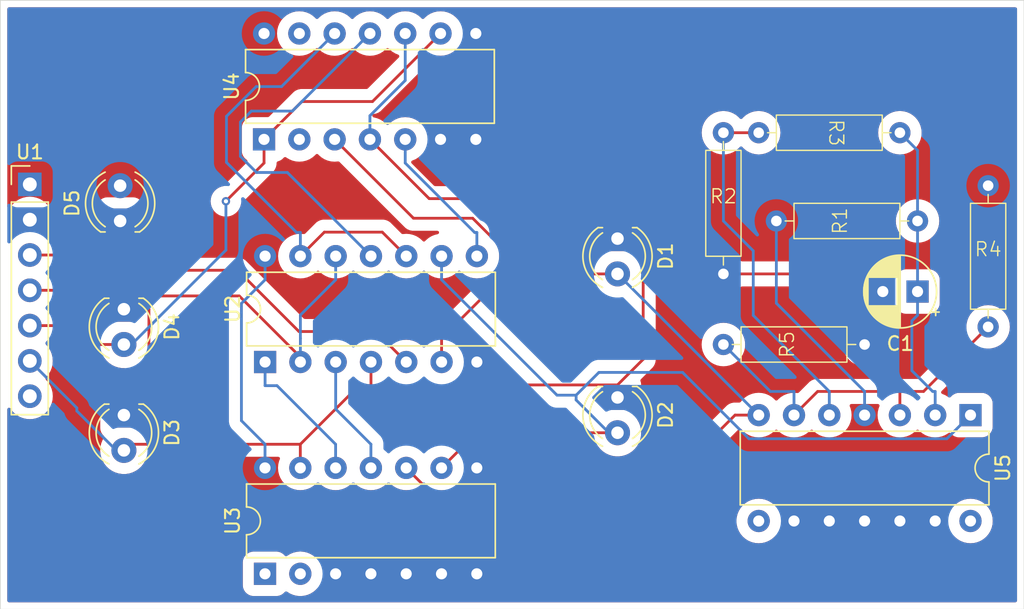
<source format=kicad_pcb>
(kicad_pcb (version 20240108) (generator "pcbnew") (generator_version "8.0")
  (layers (0 "F.Cu" signal) (31 "B.Cu" signal) (34 "B.Paste" user) (35 "F.Paste" user) (36 "B.SilkS" user "B.Silkscreen") (37 "F.SilkS" user "F.Silkscreen") (38 "B.Mask" user) (39 "F.Mask" user) (44 "Edge.Cuts" user))
  (net 0 "")
  (net 1 "Net-(U5-IN-_1)")
  (net 2 "Net-(U5-IN+_2)")
  (net 3 "Net-(U5-IN+_1)")
  (net 5 "Net-(U1-B_CLK)")
  (net 6 "Net-(U1-A_CLK)")
  (net 7 "Net-(U2-1Q)")
  (net 8 "Net-(U2-2Q)")
  (net 9 "Net-(U2-3A)")
  (net 10 "Net-(U2-1A)")
  (net 11 "Net-(U2-4Q)")
  (net 12 "Net-(U2-3Q)")
  (net 19 "Net-(D1-A)")
  (net 20 "Net-(D1-K)")
  (net 21 "Net-(D2-A)")
  (net 22 "Net-(D3-A)")
  (net 23 "Net-(D4-A)")
  (net 24 "Net-(D5-A)")
  (footprint "Package_DIP:DIP-14_W7.62mm" (layer "F.Cu") (at 143.505 113.02 90)
    (property "Reference" "U3" (at 3.81 -2.33 -90) (layer "F.SilkS"))
    (property "Value" "~")
    (fp_line (start 6.46 -1.33) (end 4.81 -1.33) (stroke (width 0.12)) (layer "F.SilkS"))
    (fp_line (start 2.81 -1.33) (end 1.16 -1.33) (stroke (width 0.12)) (layer "F.SilkS"))
    (fp_line (start 1.16 -1.33) (end 1.16 16.57) (stroke (width 0.12)) (layer "F.SilkS"))
    (fp_line (start 6.46 16.57) (end 6.46 -1.33) (stroke (width 0.12)) (layer "F.SilkS"))
    (fp_line (start 1.16 16.57) (end 6.46 16.57) (stroke (width 0.12)) (layer "F.SilkS"))
    (fp_arc (start 4.81 -1.33) (mid 3.81 -0.33) (end 2.81 -1.33) (stroke (width 0.12)) (layer "F.SilkS"))
    (pad "1" thru_hole rect (at 0 0 90) (size 1.6 1.6) (drill 0.8) (layers "*.Cu" "*.Mask"))
    (pad "2" thru_hole oval (at 0 2.54 90) (size 1.6 1.6) (drill 0.8) (layers "*.Cu" "*.Mask"))
    (pad "3" thru_hole oval (at 0 5.08 90) (size 1.6 1.6) (drill 0.8) (layers "*.Cu" "*.Mask") (net 20 "Net-(D1-K)"))
    (pad "4" thru_hole oval (at 0 7.62 90) (size 1.6 1.6) (drill 0.8) (layers "*.Cu" "*.Mask") (net 20 "Net-(D1-K)"))
    (pad "5" thru_hole oval (at 0 10.16 90) (size 1.6 1.6) (drill 0.8) (layers "*.Cu" "*.Mask") (net 20 "Net-(D1-K)"))
    (pad "6" thru_hole oval (at 0 12.7 90) (size 1.6 1.6) (drill 0.8) (layers "*.Cu" "*.Mask") (net 20 "Net-(D1-K)"))
    (pad "7" thru_hole oval (at 0 15.24 90) (size 1.6 1.6) (drill 0.8) (layers "*.Cu" "*.Mask") (net 20 "Net-(D1-K)"))
    (pad "8" thru_hole oval (at 7.62 15.24 90) (size 1.6 1.6) (drill 0.8) (layers "*.Cu" "*.Mask") (net 20 "Net-(D1-K)"))
    (pad "9" thru_hole oval (at 7.62 12.7 90) (size 1.6 1.6) (drill 0.8) (layers "*.Cu" "*.Mask") (net 21 "Net-(D2-A)"))
    (pad "10" thru_hole oval (at 7.62 10.16 90) (size 1.6 1.6) (drill 0.8) (layers "*.Cu" "*.Mask") (net 19 "Net-(D1-A)"))
    (pad "11" thru_hole oval (at 7.62 7.62 90) (size 1.6 1.6) (drill 0.8) (layers "*.Cu" "*.Mask") (net 7 "Net-(U2-1Q)"))
    (pad "12" thru_hole oval (at 7.62 5.08 90) (size 1.6 1.6) (drill 0.8) (layers "*.Cu" "*.Mask") (net 10 "Net-(U2-1A)"))
    (pad "13" thru_hole oval (at 7.62 2.54 90) (size 1.6 1.6) (drill 0.8) (layers "*.Cu" "*.Mask") (net 22 "Net-(D3-A)"))
    (pad "14" thru_hole oval (at 7.62 0 90) (size 1.6 1.6) (drill 0.8) (layers "*.Cu" "*.Mask") (net 24 "Net-(D5-A)"))
  )
  (footprint "custom_footprint_library:0.4_pitch_resistor" (layer "F.Cu") (at 184.11 81.28 -90)
    (property "Reference" "R3" (at 0 -0.5 -90) (layer "F.SilkS") (effects (font (thickness 0.1))))
    (property "Value" "R")
    (fp_line (start 0 4.445) (end 0 3.81) (stroke (width 0.1)) (layer "F.SilkS"))
    (fp_line (start 0 -3.81) (end 0 -4.445) (stroke (width 0.1)) (layer "F.SilkS"))
    (fp_rect (start -1.27 -3.81) (end 1.27 3.81) (stroke (width 0.1)) (fill none) (layer "F.SilkS"))
    (pad "1" thru_hole circle (at 0 -5.08 270) (size 1.524 1.524) (drill 0.762) (layers "*.Cu" "*.Mask") (net 1 "Net-(U5-IN-_1)"))
    (pad "2" thru_hole circle (at 0 5.08 270) (size 1.524 1.524) (drill 0.762) (layers "*.Cu" "*.Mask") (net 2 "Net-(U5-IN+_2)"))
  )
  (footprint "LED_THT:LED_D4.0mm" (layer "F.Cu") (at 133.35 93.98 -90)
    (property "Reference" "D4" (at 1.27 -3.46 90) (layer "F.SilkS"))
    (property "Value" "LED")
    (fp_line (start -0.79 1.08) (end -0.79 1.399) (stroke (width 0.12)) (layer "F.SilkS"))
    (fp_line (start -0.79 -1.399) (end -0.79 -1.08) (stroke (width 0.12)) (layer "F.SilkS"))
    (fp_arc (start 2.952713 1.080961) (mid 1.269429 2) (end -0.41333 1.08) (stroke (width 0.12)) (layer "F.SilkS"))
    (fp_arc (start 3.513242 1.080724) (mid 1.453519 2.483228) (end -0.79 1.398749) (stroke (width 0.12)) (layer "F.SilkS"))
    (fp_arc (start -0.41333 -1.08) (mid 1.269429 -2) (end 2.952713 -1.080961) (stroke (width 0.12)) (layer "F.SilkS"))
    (fp_arc (start -0.79 -1.398749) (mid 1.453519 -2.483228) (end 3.513242 -1.080724) (stroke (width 0.12)) (layer "F.SilkS"))
    (pad "1" thru_hole rect (at 0 0 270) (size 1.8 1.8) (drill 0.9) (layers "*.Cu" "*.Mask") (net 20 "Net-(D1-K)"))
    (pad "2" thru_hole circle (at 2.54 0 270) (size 1.8 1.8) (drill 0.9) (layers "*.Cu" "*.Mask") (net 23 "Net-(D4-A)"))
  )
  (footprint "Package_DIP:DIP-14_W7.62mm" (layer "F.Cu") (at 194.27 101.6 -90)
    (property "Reference" "U5" (at 3.81 -2.33 90) (layer "F.SilkS"))
    (property "Value" "~")
    (fp_line (start 1.16 16.57) (end 6.46 16.57) (stroke (width 0.12)) (layer "F.SilkS"))
    (fp_line (start 6.46 16.57) (end 6.46 -1.33) (stroke (width 0.12)) (layer "F.SilkS"))
    (fp_line (start 1.16 -1.33) (end 1.16 16.57) (stroke (width 0.12)) (layer "F.SilkS"))
    (fp_line (start 2.81 -1.33) (end 1.16 -1.33) (stroke (width 0.12)) (layer "F.SilkS"))
    (fp_line (start 6.46 -1.33) (end 4.81 -1.33) (stroke (width 0.12)) (layer "F.SilkS"))
    (fp_arc (start 4.81 -1.33) (mid 3.81 -0.33) (end 2.81 -1.33) (stroke (width 0.12)) (layer "F.SilkS"))
    (pad "1" thru_hole rect (at 0 0 270) (size 1.6 1.6) (drill 0.8) (layers "*.Cu" "*.Mask") (net 21 "Net-(D2-A)"))
    (pad "2" thru_hole oval (at 0 2.54 270) (size 1.6 1.6) (drill 0.8) (layers "*.Cu" "*.Mask") (net 1 "Net-(U5-IN-_1)"))
    (pad "3" thru_hole oval (at 0 5.08 270) (size 1.6 1.6) (drill 0.8) (layers "*.Cu" "*.Mask") (net 3 "Net-(U5-IN+_1)"))
    (pad "4" thru_hole oval (at 0 7.62 270) (size 1.6 1.6) (drill 0.8) (layers "*.Cu" "*.Mask") (net 24 "Net-(D5-A)"))
    (pad "5" thru_hole oval (at 0 10.16 270) (size 1.6 1.6) (drill 0.8) (layers "*.Cu" "*.Mask") (net 2 "Net-(U5-IN+_2)"))
    (pad "6" thru_hole oval (at 0 12.7 270) (size 1.6 1.6) (drill 0.8) (layers "*.Cu" "*.Mask") (net 3 "Net-(U5-IN+_1)"))
    (pad "7" thru_hole oval (at 0 15.24 270) (size 1.6 1.6) (drill 0.8) (layers "*.Cu" "*.Mask") (net 19 "Net-(D1-A)"))
    (pad "8" thru_hole oval (at 7.62 15.24 270) (size 1.6 1.6) (drill 0.8) (layers "*.Cu" "*.Mask"))
    (pad "9" thru_hole oval (at 7.62 12.7 270) (size 1.6 1.6) (drill 0.8) (layers "*.Cu" "*.Mask") (net 20 "Net-(D1-K)"))
    (pad "10" thru_hole oval (at 7.62 10.16 270) (size 1.6 1.6) (drill 0.8) (layers "*.Cu" "*.Mask") (net 20 "Net-(D1-K)"))
    (pad "11" thru_hole oval (at 7.62 7.62 270) (size 1.6 1.6) (drill 0.8) (layers "*.Cu" "*.Mask") (net 20 "Net-(D1-K)"))
    (pad "12" thru_hole oval (at 7.62 5.08 270) (size 1.6 1.6) (drill 0.8) (layers "*.Cu" "*.Mask") (net 20 "Net-(D1-K)"))
    (pad "13" thru_hole oval (at 7.62 2.54 270) (size 1.6 1.6) (drill 0.8) (layers "*.Cu" "*.Mask") (net 20 "Net-(D1-K)"))
    (pad "14" thru_hole oval (at 7.62 0 270) (size 1.6 1.6) (drill 0.8) (layers "*.Cu" "*.Mask"))
  )
  (footprint "Connector_PinHeader_2.54mm:PinHeader_1x07_P2.54mm_Vertical" (layer "F.Cu") (at 126.58 85)
    (property "Reference" "U1" (at 0 -2.33 0) (layer "F.SilkS"))
    (property "Value" "~")
    (fp_line (start -1.33 -1.33) (end 0 -1.33) (stroke (width 0.12)) (layer "F.SilkS"))
    (fp_line (start -1.33 0) (end -1.33 -1.33) (stroke (width 0.12)) (layer "F.SilkS"))
    (fp_line (start -1.33 1.27) (end -1.33 16.57) (stroke (width 0.12)) (layer "F.SilkS"))
    (fp_line (start -1.33 1.27) (end 1.33 1.27) (stroke (width 0.12)) (layer "F.SilkS"))
    (fp_line (start -1.33 16.57) (end 1.33 16.57) (stroke (width 0.12)) (layer "F.SilkS"))
    (fp_line (start 1.33 1.27) (end 1.33 16.57) (stroke (width 0.12)) (layer "F.SilkS"))
    (pad "1" thru_hole rect (at 0 0) (size 1.7 1.7) (drill 1) (layers "*.Cu" "*.Mask") (net 24 "Net-(D5-A)"))
    (pad "2" thru_hole oval (at 0 2.54) (size 1.7 1.7) (drill 1) (layers "*.Cu" "*.Mask") (net 20 "Net-(D1-K)"))
    (pad "3" thru_hole oval (at 0 5.08) (size 1.7 1.7) (drill 1) (layers "*.Cu" "*.Mask") (net 6 "Net-(U1-A_CLK)"))
    (pad "4" thru_hole oval (at 0 7.62) (size 1.7 1.7) (drill 1) (layers "*.Cu" "*.Mask") (net 5 "Net-(U1-B_CLK)"))
    (pad "5" thru_hole oval (at 0 10.16) (size 1.7 1.7) (drill 1) (layers "*.Cu" "*.Mask") (net 23 "Net-(D4-A)"))
    (pad "6" thru_hole oval (at 0 12.7) (size 1.7 1.7) (drill 1) (layers "*.Cu" "*.Mask") (net 22 "Net-(D3-A)"))
    (pad "7" thru_hole oval (at 0 15.24) (size 1.7 1.7) (drill 1) (layers "*.Cu" "*.Mask"))
  )
  (footprint "Capacitor_THT:CP_Radial_D5.0mm_P2.50mm" (layer "F.Cu") (at 190.46 92.71 180)
    (property "Reference" "C1" (at 1.25 -3.75 180) (layer "F.SilkS"))
    (property "Value" "C")
    (fp_line (start 3.851 -0.284) (end 3.851 0.284) (stroke (width 0.12)) (layer "F.SilkS"))
    (fp_line (start 3.811 -0.518) (end 3.811 0.518) (stroke (width 0.12)) (layer "F.SilkS"))
    (fp_line (start 3.771 -0.677) (end 3.771 0.677) (stroke (width 0.12)) (layer "F.SilkS"))
    (fp_line (start 3.731 -0.805) (end 3.731 0.805) (stroke (width 0.12)) (layer "F.SilkS"))
    (fp_line (start 3.691 -0.915) (end 3.691 0.915) (stroke (width 0.12)) (layer "F.SilkS"))
    (fp_line (start 3.651 -1.011) (end 3.651 1.011) (stroke (width 0.12)) (layer "F.SilkS"))
    (fp_line (start 3.611 -1.098) (end 3.611 1.098) (stroke (width 0.12)) (layer "F.SilkS"))
    (fp_line (start 3.571 -1.178) (end 3.571 1.178) (stroke (width 0.12)) (layer "F.SilkS"))
    (fp_line (start 3.531 1.04) (end 3.531 1.251) (stroke (width 0.12)) (layer "F.SilkS"))
    (fp_line (start 3.531 -1.251) (end 3.531 -1.04) (stroke (width 0.12)) (layer "F.SilkS"))
    (fp_line (start 3.491 1.04) (end 3.491 1.319) (stroke (width 0.12)) (layer "F.SilkS"))
    (fp_line (start 3.491 -1.319) (end 3.491 -1.04) (stroke (width 0.12)) (layer "F.SilkS"))
    (fp_line (start 3.451 1.04) (end 3.451 1.383) (stroke (width 0.12)) (layer "F.SilkS"))
    (fp_line (start 3.451 -1.383) (end 3.451 -1.04) (stroke (width 0.12)) (layer "F.SilkS"))
    (fp_line (start 3.411 1.04) (end 3.411 1.443) (stroke (width 0.12)) (layer "F.SilkS"))
    (fp_line (start 3.411 -1.443) (end 3.411 -1.04) (stroke (width 0.12)) (layer "F.SilkS"))
    (fp_line (start 3.371 1.04) (end 3.371 1.5) (stroke (width 0.12)) (layer "F.SilkS"))
    (fp_line (start 3.371 -1.5) (end 3.371 -1.04) (stroke (width 0.12)) (layer "F.SilkS"))
    (fp_line (start 3.331 1.04) (end 3.331 1.554) (stroke (width 0.12)) (layer "F.SilkS"))
    (fp_line (start 3.331 -1.554) (end 3.331 -1.04) (stroke (width 0.12)) (layer "F.SilkS"))
    (fp_line (start 3.291 1.04) (end 3.291 1.605) (stroke (width 0.12)) (layer "F.SilkS"))
    (fp_line (start 3.291 -1.605) (end 3.291 -1.04) (stroke (width 0.12)) (layer "F.SilkS"))
    (fp_line (start 3.251 1.04) (end 3.251 1.653) (stroke (width 0.12)) (layer "F.SilkS"))
    (fp_line (start 3.251 -1.653) (end 3.251 -1.04) (stroke (width 0.12)) (layer "F.SilkS"))
    (fp_line (start 3.211 1.04) (end 3.211 1.699) (stroke (width 0.12)) (layer "F.SilkS"))
    (fp_line (start 3.211 -1.699) (end 3.211 -1.04) (stroke (width 0.12)) (layer "F.SilkS"))
    (fp_line (start 3.171 1.04) (end 3.171 1.743) (stroke (width 0.12)) (layer "F.SilkS"))
    (fp_line (start 3.171 -1.743) (end 3.171 -1.04) (stroke (width 0.12)) (layer "F.SilkS"))
    (fp_line (start 3.131 1.04) (end 3.131 1.785) (stroke (width 0.12)) (layer "F.SilkS"))
    (fp_line (start 3.131 -1.785) (end 3.131 -1.04) (stroke (width 0.12)) (layer "F.SilkS"))
    (fp_line (start 3.091 1.04) (end 3.091 1.826) (stroke (width 0.12)) (layer "F.SilkS"))
    (fp_line (start 3.091 -1.826) (end 3.091 -1.04) (stroke (width 0.12)) (layer "F.SilkS"))
    (fp_line (start 3.051 1.04) (end 3.051 1.864) (stroke (width 0.12)) (layer "F.SilkS"))
    (fp_line (start 3.051 -1.864) (end 3.051 -1.04) (stroke (width 0.12)) (layer "F.SilkS"))
    (fp_line (start 3.011 1.04) (end 3.011 1.901) (stroke (width 0.12)) (layer "F.SilkS"))
    (fp_line (start 3.011 -1.901) (end 3.011 -1.04) (stroke (width 0.12)) (layer "F.SilkS"))
    (fp_line (start 2.971 1.04) (end 2.971 1.937) (stroke (width 0.12)) (layer "F.SilkS"))
    (fp_line (start 2.971 -1.937) (end 2.971 -1.04) (stroke (width 0.12)) (layer "F.SilkS"))
    (fp_line (start 2.931 1.04) (end 2.931 1.971) (stroke (width 0.12)) (layer "F.SilkS"))
    (fp_line (start 2.931 -1.971) (end 2.931 -1.04) (stroke (width 0.12)) (layer "F.SilkS"))
    (fp_line (start 2.891 1.04) (end 2.891 2.004) (stroke (width 0.12)) (layer "F.SilkS"))
    (fp_line (start 2.891 -2.004) (end 2.891 -1.04) (stroke (width 0.12)) (layer "F.SilkS"))
    (fp_line (start 2.851 1.04) (end 2.851 2.035) (stroke (width 0.12)) (layer "F.SilkS"))
    (fp_line (start 2.851 -2.035) (end 2.851 -1.04) (stroke (width 0.12)) (layer "F.SilkS"))
    (fp_line (start 2.811 1.04) (end 2.811 2.065) (stroke (width 0.12)) (layer "F.SilkS"))
    (fp_line (start 2.811 -2.065) (end 2.811 -1.04) (stroke (width 0.12)) (layer "F.SilkS"))
    (fp_line (start 2.771 1.04) (end 2.771 2.095) (stroke (width 0.12)) (layer "F.SilkS"))
    (fp_line (start 2.771 -2.095) (end 2.771 -1.04) (stroke (width 0.12)) (layer "F.SilkS"))
    (fp_line (start 2.731 1.04) (end 2.731 2.122) (stroke (width 0.12)) (layer "F.SilkS"))
    (fp_line (start 2.731 -2.122) (end 2.731 -1.04) (stroke (width 0.12)) (layer "F.SilkS"))
    (fp_line (start 2.691 1.04) (end 2.691 2.149) (stroke (width 0.12)) (layer "F.SilkS"))
    (fp_line (start 2.691 -2.149) (end 2.691 -1.04) (stroke (width 0.12)) (layer "F.SilkS"))
    (fp_line (start 2.651 1.04) (end 2.651 2.175) (stroke (width 0.12)) (layer "F.SilkS"))
    (fp_line (start 2.651 -2.175) (end 2.651 -1.04) (stroke (width 0.12)) (layer "F.SilkS"))
    (fp_line (start 2.611 1.04) (end 2.611 2.2) (stroke (width 0.12)) (layer "F.SilkS"))
    (fp_line (start 2.611 -2.2) (end 2.611 -1.04) (stroke (width 0.12)) (layer "F.SilkS"))
    (fp_line (start 2.571 1.04) (end 2.571 2.224) (stroke (width 0.12)) (layer "F.SilkS"))
    (fp_line (start 2.571 -2.224) (end 2.571 -1.04) (stroke (width 0.12)) (layer "F.SilkS"))
    (fp_line (start 2.531 1.04) (end 2.531 2.247) (stroke (width 0.12)) (layer "F.SilkS"))
    (fp_line (start 2.531 -2.247) (end 2.531 -1.04) (stroke (width 0.12)) (layer "F.SilkS"))
    (fp_line (start 2.491 1.04) (end 2.491 2.268) (stroke (width 0.12)) (layer "F.SilkS"))
    (fp_line (start 2.491 -2.268) (end 2.491 -1.04) (stroke (width 0.12)) (layer "F.SilkS"))
    (fp_line (start 2.451 1.04) (end 2.451 2.29) (stroke (width 0.12)) (layer "F.SilkS"))
    (fp_line (start 2.451 -2.29) (end 2.451 -1.04) (stroke (width 0.12)) (layer "F.SilkS"))
    (fp_line (start 2.411 1.04) (end 2.411 2.31) (stroke (width 0.12)) (layer "F.SilkS"))
    (fp_line (start 2.411 -2.31) (end 2.411 -1.04) (stroke (width 0.12)) (layer "F.SilkS"))
    (fp_line (start 2.371 1.04) (end 2.371 2.329) (stroke (width 0.12)) (layer "F.SilkS"))
    (fp_line (start 2.371 -2.329) (end 2.371 -1.04) (stroke (width 0.12)) (layer "F.SilkS"))
    (fp_line (start 2.331 1.04) (end 2.331 2.348) (stroke (width 0.12)) (layer "F.SilkS"))
    (fp_line (start 2.331 -2.348) (end 2.331 -1.04) (stroke (width 0.12)) (layer "F.SilkS"))
    (fp_line (start 2.291 1.04) (end 2.291 2.365) (stroke (width 0.12)) (layer "F.SilkS"))
    (fp_line (start 2.291 -2.365) (end 2.291 -1.04) (stroke (width 0.12)) (layer "F.SilkS"))
    (fp_line (start 2.251 1.04) (end 2.251 2.382) (stroke (width 0.12)) (layer "F.SilkS"))
    (fp_line (start 2.251 -2.382) (end 2.251 -1.04) (stroke (width 0.12)) (layer "F.SilkS"))
    (fp_line (start 2.211 1.04) (end 2.211 2.398) (stroke (width 0.12)) (layer "F.SilkS"))
    (fp_line (start 2.211 -2.398) (end 2.211 -1.04) (stroke (width 0.12)) (layer "F.SilkS"))
    (fp_line (start 2.171 1.04) (end 2.171 2.414) (stroke (width 0.12)) (layer "F.SilkS"))
    (fp_line (start 2.171 -2.414) (end 2.171 -1.04) (stroke (width 0.12)) (layer "F.SilkS"))
    (fp_line (start 2.131 1.04) (end 2.131 2.428) (stroke (width 0.12)) (layer "F.SilkS"))
    (fp_line (start 2.131 -2.428) (end 2.131 -1.04) (stroke (width 0.12)) (layer "F.SilkS"))
    (fp_line (start 2.091 1.04) (end 2.091 2.442) (stroke (width 0.12)) (layer "F.SilkS"))
    (fp_line (start 2.091 -2.442) (end 2.091 -1.04) (stroke (width 0.12)) (layer "F.SilkS"))
    (fp_line (start 2.051 1.04) (end 2.051 2.455) (stroke (width 0.12)) (layer "F.SilkS"))
    (fp_line (start 2.051 -2.455) (end 2.051 -1.04) (stroke (width 0.12)) (layer "F.SilkS"))
    (fp_line (start 2.011 1.04) (end 2.011 2.468) (stroke (width 0.12)) (layer "F.SilkS"))
    (fp_line (start 2.011 -2.468) (end 2.011 -1.04) (stroke (width 0.12)) (layer "F.SilkS"))
    (fp_line (start 1.971 1.04) (end 1.971 2.48) (stroke (width 0.12)) (layer "F.SilkS"))
    (fp_line (start 1.971 -2.48) (end 1.971 -1.04) (stroke (width 0.12)) (layer "F.SilkS"))
    (fp_line (start 1.93 1.04) (end 1.93 2.491) (stroke (width 0.12)) (layer "F.SilkS"))
    (fp_line (start 1.93 -2.491) (end 1.93 -1.04) (stroke (width 0.12)) (layer "F.SilkS"))
    (fp_line (start 1.89 1.04) (end 1.89 2.501) (stroke (width 0.12)) (layer "F.SilkS"))
    (fp_line (start 1.89 -2.501) (end 1.89 -1.04) (stroke (width 0.12)) (layer "F.SilkS"))
    (fp_line (start 1.85 1.04) (end 1.85 2.511) (stroke (width 0.12)) (layer "F.SilkS"))
    (fp_line (start 1.85 -2.511) (end 1.85 -1.04) (stroke (width 0.12)) (layer "F.SilkS"))
    (fp_line (start 1.81 1.04) (end 1.81 2.52) (stroke (width 0.12)) (layer "F.SilkS"))
    (fp_line (start 1.81 -2.52) (end 1.81 -1.04) (stroke (width 0.12)) (layer "F.SilkS"))
    (fp_line (start 1.77 1.04) (end 1.77 2.528) (stroke (width 0.12)) (layer "F.SilkS"))
    (fp_line (start 1.77 -2.528) (end 1.77 -1.04) (stroke (width 0.12)) (layer "F.SilkS"))
    (fp_line (start 1.73 1.04) (end 1.73 2.536) (stroke (width 0.12)) (layer "F.SilkS"))
    (fp_line (start 1.73 -2.536) (end 1.73 -1.04) (stroke (width 0.12)) (layer "F.SilkS"))
    (fp_line (start 1.69 1.04) (end 1.69 2.543) (stroke (width 0.12)) (layer "F.SilkS"))
    (fp_line (start 1.69 -2.543) (end 1.69 -1.04) (stroke (width 0.12)) (layer "F.SilkS"))
    (fp_line (start 1.65 1.04) (end 1.65 2.55) (stroke (width 0.12)) (layer "F.SilkS"))
    (fp_line (start 1.65 -2.55) (end 1.65 -1.04) (stroke (width 0.12)) (layer "F.SilkS"))
    (fp_line (start 1.61 1.04) (end 1.61 2.556) (stroke (width 0.12)) (layer "F.SilkS"))
    (fp_line (start 1.61 -2.556) (end 1.61 -1.04) (stroke (width 0.12)) (layer "F.SilkS"))
    (fp_line (start 1.57 1.04) (end 1.57 2.561) (stroke (width 0.12)) (layer "F.SilkS"))
    (fp_line (start 1.57 -2.561) (end 1.57 -1.04) (stroke (width 0.12)) (layer "F.SilkS"))
    (fp_line (start 1.53 1.04) (end 1.53 2.565) (stroke (width 0.12)) (layer "F.SilkS"))
    (fp_line (start 1.53 -2.565) (end 1.53 -1.04) (stroke (width 0.12)) (layer "F.SilkS"))
    (fp_line (start 1.49 1.04) (end 1.49 2.569) (stroke (width 0.12)) (layer "F.SilkS"))
    (fp_line (start 1.49 -2.569) (end 1.49 -1.04) (stroke (width 0.12)) (layer "F.SilkS"))
    (fp_line (start 1.45 -2.573) (end 1.45 2.573) (stroke (width 0.12)) (layer "F.SilkS"))
    (fp_line (start 1.41 -2.576) (end 1.41 2.576) (stroke (width 0.12)) (layer "F.SilkS"))
    (fp_line (start 1.37 -2.578) (end 1.37 2.578) (stroke (width 0.12)) (layer "F.SilkS"))
    (fp_line (start 1.33 -2.579) (end 1.33 2.579) (stroke (width 0.12)) (layer "F.SilkS"))
    (fp_line (start 1.29 -2.58) (end 1.29 2.58) (stroke (width 0.12)) (layer "F.SilkS"))
    (fp_line (start 1.25 -2.58) (end 1.25 2.58) (stroke (width 0.12)) (layer "F.SilkS"))
    (fp_line (start -1.304775 -1.725) (end -1.304775 -1.225) (stroke (width 0.12)) (layer "F.SilkS"))
    (fp_line (start -1.554775 -1.475) (end -1.054775 -1.475) (stroke (width 0.12)) (layer "F.SilkS"))
    (fp_circle (center 1.25 0) (end 3.87 0) (stroke (width 0.12)) (fill none) (layer "F.SilkS"))
    (pad "1" thru_hole rect (at 0 0 180) (size 1.6 1.6) (drill 0.8) (layers "*.Cu" "*.Mask") (net 1 "Net-(U5-IN-_1)"))
    (pad "2" thru_hole circle (at 2.5 0 180) (size 1.6 1.6) (drill 0.8) (layers "*.Cu" "*.Mask") (net 20 "Net-(D1-K)"))
  )
  (footprint "custom_footprint_library:0.4_pitch_resistor" (layer "F.Cu") (at 195.54 90.17)
    (property "Reference" "R4" (at 0 -0.5 0) (layer "F.SilkS") (effects (font (thickness 0.1))))
    (property "Value" "R")
    (fp_line (start 0 -3.81) (end 0 -4.445) (stroke (width 0.1)) (layer "F.SilkS"))
    (fp_line (start 0 4.445) (end 0 3.81) (stroke (width 0.1)) (layer "F.SilkS"))
    (fp_rect (start -1.27 -3.81) (end 1.27 3.81) (stroke (width 0.1)) (fill none) (layer "F.SilkS"))
    (pad "1" thru_hole circle (at 0 -5.08) (size 1.524 1.524) (drill 0.762) (layers "*.Cu" "*.Mask") (net 24 "Net-(D5-A)"))
    (pad "2" thru_hole circle (at 0 5.08) (size 1.524 1.524) (drill 0.762) (layers "*.Cu" "*.Mask") (net 3 "Net-(U5-IN+_1)"))
  )
  (footprint "Package_DIP:DIP-14_W7.62mm" (layer "F.Cu") (at 143.51 97.78 90)
    (property "Reference" "U2" (at 3.81 -2.33 -90) (layer "F.SilkS"))
    (property "Value" "~")
    (fp_line (start 6.46 -1.33) (end 4.81 -1.33) (stroke (width 0.12)) (layer "F.SilkS"))
    (fp_line (start 2.81 -1.33) (end 1.16 -1.33) (stroke (width 0.12)) (layer "F.SilkS"))
    (fp_line (start 1.16 -1.33) (end 1.16 16.57) (stroke (width 0.12)) (layer "F.SilkS"))
    (fp_line (start 6.46 16.57) (end 6.46 -1.33) (stroke (width 0.12)) (layer "F.SilkS"))
    (fp_line (start 1.16 16.57) (end 6.46 16.57) (stroke (width 0.12)) (layer "F.SilkS"))
    (fp_arc (start 4.81 -1.33) (mid 3.81 -0.33) (end 2.81 -1.33) (stroke (width 0.12)) (layer "F.SilkS"))
    (pad "1" thru_hole rect (at 0 0 90) (size 1.6 1.6) (drill 0.8) (layers "*.Cu" "*.Mask") (net 10 "Net-(U2-1A)"))
    (pad "2" thru_hole oval (at 0 2.54 90) (size 1.6 1.6) (drill 0.8) (layers "*.Cu" "*.Mask") (net 5 "Net-(U1-B_CLK)"))
    (pad "3" thru_hole oval (at 0 5.08 90) (size 1.6 1.6) (drill 0.8) (layers "*.Cu" "*.Mask") (net 7 "Net-(U2-1Q)"))
    (pad "4" thru_hole oval (at 0 7.62 90) (size 1.6 1.6) (drill 0.8) (layers "*.Cu" "*.Mask") (net 22 "Net-(D3-A)"))
    (pad "5" thru_hole oval (at 0 10.16 90) (size 1.6 1.6) (drill 0.8) (layers "*.Cu" "*.Mask") (net 6 "Net-(U1-A_CLK)"))
    (pad "6" thru_hole oval (at 0 12.7 90) (size 1.6 1.6) (drill 0.8) (layers "*.Cu" "*.Mask") (net 8 "Net-(U2-2Q)"))
    (pad "7" thru_hole oval (at 0 15.24 90) (size 1.6 1.6) (drill 0.8) (layers "*.Cu" "*.Mask") (net 20 "Net-(D1-K)"))
    (pad "8" thru_hole oval (at 7.62 15.24 90) (size 1.6 1.6) (drill 0.8) (layers "*.Cu" "*.Mask") (net 11 "Net-(U2-4Q)"))
    (pad "9" thru_hole oval (at 7.62 12.7 90) (size 1.6 1.6) (drill 0.8) (layers "*.Cu" "*.Mask") (net 21 "Net-(D2-A)"))
    (pad "10" thru_hole oval (at 7.62 10.16 90) (size 1.6 1.6) (drill 0.8) (layers "*.Cu" "*.Mask") (net 9 "Net-(U2-3A)"))
    (pad "11" thru_hole oval (at 7.62 7.62 90) (size 1.6 1.6) (drill 0.8) (layers "*.Cu" "*.Mask") (net 12 "Net-(U2-3Q)"))
    (pad "12" thru_hole oval (at 7.62 5.08 90) (size 1.6 1.6) (drill 0.8) (layers "*.Cu" "*.Mask") (net 5 "Net-(U1-B_CLK)"))
    (pad "13" thru_hole oval (at 7.62 2.54 90) (size 1.6 1.6) (drill 0.8) (layers "*.Cu" "*.Mask") (net 9 "Net-(U2-3A)"))
    (pad "14" thru_hole oval (at 7.62 0 90) (size 1.6 1.6) (drill 0.8) (layers "*.Cu" "*.Mask") (net 24 "Net-(D5-A)"))
  )
  (footprint "LED_THT:LED_D4.0mm" (layer "F.Cu") (at 133.08 87.63 90)
    (property "Reference" "D5" (at 1.27 -3.46 -90) (layer "F.SilkS"))
    (property "Value" "LED")
    (fp_line (start -0.79 -1.399) (end -0.79 -1.08) (stroke (width 0.12)) (layer "F.SilkS"))
    (fp_line (start -0.79 1.08) (end -0.79 1.399) (stroke (width 0.12)) (layer "F.SilkS"))
    (fp_arc (start -0.79 -1.398749) (mid 1.453519 -2.483228) (end 3.513242 -1.080724) (stroke (width 0.12)) (layer "F.SilkS"))
    (fp_arc (start -0.41333 -1.08) (mid 1.269429 -2) (end 2.952713 -1.080961) (stroke (width 0.12)) (layer "F.SilkS"))
    (fp_arc (start 3.513242 1.080724) (mid 1.453519 2.483228) (end -0.79 1.398749) (stroke (width 0.12)) (layer "F.SilkS"))
    (fp_arc (start 2.952713 1.080961) (mid 1.269429 2) (end -0.41333 1.08) (stroke (width 0.12)) (layer "F.SilkS"))
    (pad "1" thru_hole rect (at 0 0 90) (size 1.8 1.8) (drill 0.9) (layers "*.Cu" "*.Mask") (net 20 "Net-(D1-K)"))
    (pad "2" thru_hole circle (at 2.54 0 90) (size 1.8 1.8) (drill 0.9) (layers "*.Cu" "*.Mask") (net 24 "Net-(D5-A)"))
  )
  (footprint "custom_footprint_library:0.4_pitch_resistor" (layer "F.Cu") (at 176.49 86.36)
    (property "Reference" "R2" (at 0 -0.5 0) (layer "F.SilkS") (effects (font (thickness 0.1))))
    (property "Value" "R")
    (fp_line (start 0 -3.81) (end 0 -4.445) (stroke (width 0.1)) (layer "F.SilkS"))
    (fp_line (start 0 4.445) (end 0 3.81) (stroke (width 0.1)) (layer "F.SilkS"))
    (fp_rect (start -1.27 -3.81) (end 1.27 3.81) (stroke (width 0.1)) (fill none) (layer "F.SilkS"))
    (pad "1" thru_hole circle (at 0 -5.08) (size 1.524 1.524) (drill 0.762) (layers "*.Cu" "*.Mask") (net 2 "Net-(U5-IN+_2)"))
    (pad "2" thru_hole circle (at 0 5.08) (size 1.524 1.524) (drill 0.762) (layers "*.Cu" "*.Mask") (net 20 "Net-(D1-K)"))
  )
  (footprint "LED_THT:LED_D4.0mm" (layer "F.Cu") (at 133.35 101.6 -90)
    (property "Reference" "D3" (at 1.27 -3.46 90) (layer "F.SilkS"))
    (property "Value" "LED")
    (fp_line (start -0.79 1.08) (end -0.79 1.399) (stroke (width 0.12)) (layer "F.SilkS"))
    (fp_line (start -0.79 -1.399) (end -0.79 -1.08) (stroke (width 0.12)) (layer "F.SilkS"))
    (fp_arc (start 2.952713 1.080961) (mid 1.269429 2) (end -0.41333 1.08) (stroke (width 0.12)) (layer "F.SilkS"))
    (fp_arc (start 3.513242 1.080724) (mid 1.453519 2.483228) (end -0.79 1.398749) (stroke (width 0.12)) (layer "F.SilkS"))
    (fp_arc (start -0.41333 -1.08) (mid 1.269429 -2) (end 2.952713 -1.080961) (stroke (width 0.12)) (layer "F.SilkS"))
    (fp_arc (start -0.79 -1.398749) (mid 1.453519 -2.483228) (end 3.513242 -1.080724) (stroke (width 0.12)) (layer "F.SilkS"))
    (pad "1" thru_hole rect (at 0 0 270) (size 1.8 1.8) (drill 0.9) (layers "*.Cu" "*.Mask") (net 20 "Net-(D1-K)"))
    (pad "2" thru_hole circle (at 2.54 0 270) (size 1.8 1.8) (drill 0.9) (layers "*.Cu" "*.Mask") (net 22 "Net-(D3-A)"))
  )
  (footprint "custom_footprint_library:0.4_pitch_resistor" (layer "F.Cu") (at 181.57 96.52 90)
    (property "Reference" "R5" (at 0 -0.5 90) (layer "F.SilkS") (effects (font (thickness 0.1))))
    (property "Value" "R")
    (fp_line (start 0 -3.81) (end 0 -4.445) (stroke (width 0.1)) (layer "F.SilkS"))
    (fp_line (start 0 4.445) (end 0 3.81) (stroke (width 0.1)) (layer "F.SilkS"))
    (fp_rect (start -1.27 -3.81) (end 1.27 3.81) (stroke (width 0.1)) (fill none) (layer "F.SilkS"))
    (pad "1" thru_hole circle (at 0 -5.08 90) (size 1.524 1.524) (drill 0.762) (layers "*.Cu" "*.Mask") (net 3 "Net-(U5-IN+_1)"))
    (pad "2" thru_hole circle (at 0 5.08 90) (size 1.524 1.524) (drill 0.762) (layers "*.Cu" "*.Mask") (net 20 "Net-(D1-K)"))
  )
  (footprint "LED_THT:LED_D4.0mm" (layer "F.Cu") (at 168.87 88.9 -90)
    (property "Reference" "D1" (at 1.27 -3.46 90) (layer "F.SilkS"))
    (property "Value" "LED")
    (fp_line (start -0.79 1.08) (end -0.79 1.399) (stroke (width 0.12)) (layer "F.SilkS"))
    (fp_line (start -0.79 -1.399) (end -0.79 -1.08) (stroke (width 0.12)) (layer "F.SilkS"))
    (fp_arc (start 2.952713 1.080961) (mid 1.269429 2) (end -0.41333 1.08) (stroke (width 0.12)) (layer "F.SilkS"))
    (fp_arc (start 3.513242 1.080724) (mid 1.453519 2.483228) (end -0.79 1.398749) (stroke (width 0.12)) (layer "F.SilkS"))
    (fp_arc (start -0.41333 -1.08) (mid 1.269429 -2) (end 2.952713 -1.080961) (stroke (width 0.12)) (layer "F.SilkS"))
    (fp_arc (start -0.79 -1.398749) (mid 1.453519 -2.483228) (end 3.513242 -1.080724) (stroke (width 0.12)) (layer "F.SilkS"))
    (pad "1" thru_hole rect (at 0 0 270) (size 1.8 1.8) (drill 0.9) (layers "*.Cu" "*.Mask") (net 20 "Net-(D1-K)"))
    (pad "2" thru_hole circle (at 2.54 0 270) (size 1.8 1.8) (drill 0.9) (layers "*.Cu" "*.Mask") (net 19 "Net-(D1-A)"))
  )
  (footprint "custom_footprint_library:0.4_pitch_resistor" (layer "F.Cu") (at 185.38 87.63 90)
    (property "Reference" "R1" (at 0 -0.5 90) (layer "F.SilkS") (effects (font (thickness 0.1))))
    (property "Value" "R")
    (fp_line (start 0 -3.81) (end 0 -4.445) (stroke (width 0.1)) (layer "F.SilkS"))
    (fp_line (start 0 4.445) (end 0 3.81) (stroke (width 0.1)) (layer "F.SilkS"))
    (fp_rect (start -1.27 -3.81) (end 1.27 3.81) (stroke (width 0.1)) (fill none) (layer "F.SilkS"))
    (pad "1" thru_hole circle (at 0 -5.08 90) (size 1.524 1.524) (drill 0.762) (layers "*.Cu" "*.Mask") (net 24 "Net-(D5-A)"))
    (pad "2" thru_hole circle (at 0 5.08 90) (size 1.524 1.524) (drill 0.762) (layers "*.Cu" "*.Mask") (net 1 "Net-(U5-IN-_1)"))
  )
  (footprint "LED_THT:LED_D4.0mm" (layer "F.Cu") (at 168.87 100.33 -90)
    (property "Reference" "D2" (at 1.27 -3.46 90) (layer "F.SilkS"))
    (property "Value" "LED")
    (fp_line (start -0.79 1.08) (end -0.79 1.399) (stroke (width 0.12)) (layer "F.SilkS"))
    (fp_line (start -0.79 -1.399) (end -0.79 -1.08) (stroke (width 0.12)) (layer "F.SilkS"))
    (fp_arc (start 2.952713 1.080961) (mid 1.269429 2) (end -0.41333 1.08) (stroke (width 0.12)) (layer "F.SilkS"))
    (fp_arc (start 3.513242 1.080724) (mid 1.453519 2.483228) (end -0.79 1.398749) (stroke (width 0.12)) (layer "F.SilkS"))
    (fp_arc (start -0.41333 -1.08) (mid 1.269429 -2) (end 2.952713 -1.080961) (stroke (width 0.12)) (layer "F.SilkS"))
    (fp_arc (start -0.79 -1.398749) (mid 1.453519 -2.483228) (end 3.513242 -1.080724) (stroke (width 0.12)) (layer "F.SilkS"))
    (pad "1" thru_hole rect (at 0 0 270) (size 1.8 1.8) (drill 0.9) (layers "*.Cu" "*.Mask") (net 20 "Net-(D1-K)"))
    (pad "2" thru_hole circle (at 2.54 0 270) (size 1.8 1.8) (drill 0.9) (layers "*.Cu" "*.Mask") (net 21 "Net-(D2-A)"))
  )
  (footprint "Package_DIP:DIP-14_W7.62mm" (layer "F.Cu") (at 143.435 81.76 90)
    (property "Reference" "U4" (at 3.81 -2.33 -90) (layer "F.SilkS"))
    (property "Value" "~")
    (fp_line (start 6.46 -1.33) (end 4.81 -1.33) (stroke (width 0.12)) (layer "F.SilkS"))
    (fp_line (start 2.81 -1.33) (end 1.16 -1.33) (stroke (width 0.12)) (layer "F.SilkS"))
    (fp_line (start 1.16 -1.33) (end 1.16 16.57) (stroke (width 0.12)) (layer "F.SilkS"))
    (fp_line (start 6.46 16.57) (end 6.46 -1.33) (stroke (width 0.12)) (layer "F.SilkS"))
    (fp_line (start 1.16 16.57) (end 6.46 16.57) (stroke (width 0.12)) (layer "F.SilkS"))
    (fp_arc (start 4.81 -1.33) (mid 3.81 -0.33) (end 2.81 -1.33) (stroke (width 0.12)) (layer "F.SilkS"))
    (pad "1" thru_hole rect (at 0 0 90) (size 1.6 1.6) (drill 0.8) (layers "*.Cu" "*.Mask") (net 23 "Net-(D4-A)"))
    (pad "2" thru_hole oval (at 0 2.54 90) (size 1.6 1.6) (drill 0.8) (layers "*.Cu" "*.Mask"))
    (pad "3" thru_hole oval (at 0 5.08 90) (size 1.6 1.6) (drill 0.8) (layers "*.Cu" "*.Mask") (net 8 "Net-(U2-2Q)"))
    (pad "4" thru_hole oval (at 0 7.62 90) (size 1.6 1.6) (drill 0.8) (layers "*.Cu" "*.Mask") (net 19 "Net-(D1-A)"))
    (pad "5" thru_hole oval (at 0 10.16 90) (size 1.6 1.6) (drill 0.8) (layers "*.Cu" "*.Mask") (net 11 "Net-(U2-4Q)"))
    (pad "6" thru_hole oval (at 0 12.7 90) (size 1.6 1.6) (drill 0.8) (layers "*.Cu" "*.Mask") (net 20 "Net-(D1-K)"))
    (pad "7" thru_hole oval (at 0 15.24 90) (size 1.6 1.6) (drill 0.8) (layers "*.Cu" "*.Mask") (net 20 "Net-(D1-K)"))
    (pad "8" thru_hole oval (at 7.62 15.24 90) (size 1.6 1.6) (drill 0.8) (layers "*.Cu" "*.Mask") (net 20 "Net-(D1-K)"))
    (pad "9" thru_hole oval (at 7.62 12.7 90) (size 1.6 1.6) (drill 0.8) (layers "*.Cu" "*.Mask") (net 23 "Net-(D4-A)"))
    (pad "10" thru_hole oval (at 7.62 10.16 90) (size 1.6 1.6) (drill 0.8) (layers "*.Cu" "*.Mask") (net 19 "Net-(D1-A)"))
    (pad "11" thru_hole oval (at 7.62 7.62 90) (size 1.6 1.6) (drill 0.8) (layers "*.Cu" "*.Mask") (net 12 "Net-(U2-3Q)"))
    (pad "12" thru_hole oval (at 7.62 5.08 90) (size 1.6 1.6) (drill 0.8) (layers "*.Cu" "*.Mask") (net 9 "Net-(U2-3A)"))
    (pad "13" thru_hole oval (at 7.62 2.54 90) (size 1.6 1.6) (drill 0.8) (layers "*.Cu" "*.Mask"))
    (pad "14" thru_hole oval (at 7.62 0 90) (size 1.6 1.6) (drill 0.8) (layers "*.Cu" "*.Mask") (net 24 "Net-(D5-A)"))
  )
  (gr_rect (start 124.46 71.755) (end 198.12 115.57) (stroke (width 0.05)) (fill none) (layer "Edge.Cuts"))
  (segment (start 190.46 94.4117) (end 190.0505 94.8212) (width 0.2) (layer "B.Cu") (net 1))
  (segment (start 190.46 92.71) (end 190.46 94.4117) (width 0.2) (layer "B.Cu") (net 1))
  (segment (start 190.0505 98.4003) (end 191.5485 99.8983) (width 0.2) (layer "B.Cu") (net 1))
  (segment (start 190.46 87.63) (end 190.46 92.71) (width 0.2) (layer "B.Cu") (net 1))
  (segment (start 190.46 82.55) (end 190.46 87.63) (width 0.2) (layer "B.Cu") (net 1))
  (segment (start 190.0505 94.8212) (end 190.0505 98.4003) (width 0.2) (layer "B.Cu") (net 1))
  (segment (start 189.19 81.28) (end 190.46 82.55) (width 0.2) (layer "B.Cu") (net 1))
  (segment (start 191.5485 99.8983) (end 191.73 99.8983) (width 0.2) (layer "B.Cu") (net 1))
  (segment (start 191.73 101.6) (end 191.73 99.8983) (width 0.2) (layer "B.Cu") (net 1))
  (segment (start 176.49 81.28) (end 179.03 81.28) (width 0.2) (layer "F.Cu") (net 2))
  (segment (start 184.11 99.8983) (end 178.6378 94.4261) (width 0.2) (layer "B.Cu") (net 2))
  (segment (start 178.6378 89.7787) (end 176.49 87.6309) (width 0.2) (layer "B.Cu") (net 2))
  (segment (start 178.6378 94.4261) (end 178.6378 89.7787) (width 0.2) (layer "B.Cu") (net 2))
  (segment (start 176.49 87.6309) (end 176.49 81.28) (width 0.2) (layer "B.Cu") (net 2))
  (segment (start 184.11 101.6) (end 184.11 99.8983) (width 0.2) (layer "B.Cu") (net 2))
  (segment (start 190.8917 99.8983) (end 189.19 99.8983) (width 0.2) (layer "F.Cu") (net 3))
  (segment (start 195.54 95.25) (end 190.8917 99.8983) (width 0.2) (layer "F.Cu") (net 3))
  (segment (start 183.2717 99.8983) (end 189.19 99.8983) (width 0.2) (layer "F.Cu") (net 3))
  (segment (start 189.19 101.6) (end 189.19 99.8983) (width 0.2) (layer "F.Cu") (net 3))
  (segment (start 181.57 101.6) (end 183.2717 99.8983) (width 0.2) (layer "F.Cu") (net 3))
  (segment (start 179.8683 99.8983) (end 176.49 96.52) (width 0.2) (layer "B.Cu") (net 3))
  (segment (start 181.57 99.8983) (end 179.8683 99.8983) (width 0.2) (layer "B.Cu") (net 3))
  (segment (start 181.57 101.6) (end 181.57 99.8983) (width 0.2) (layer "B.Cu") (net 3))
  (segment (start 134.8817 92.1783) (end 135.7285 93.0251) (width 0.2) (layer "F.Cu") (net 5))
  (segment (start 128.7734 92.1783) (end 134.8817 92.1783) (width 0.2) (layer "F.Cu") (net 5))
  (segment (start 141.6503 93.0251) (end 146.05 97.4248) (width 0.2) (layer "F.Cu") (net 5))
  (segment (start 146.05 97.4248) (end 146.05 97.78) (width 0.2) (layer "F.Cu") (net 5))
  (segment (start 126.58 92.62) (end 128.3317 92.62) (width 0.2) (layer "F.Cu") (net 5))
  (segment (start 135.7285 93.0251) (end 141.6503 93.0251) (width 0.2) (layer "F.Cu") (net 5))
  (segment (start 128.3317 92.62) (end 128.7734 92.1783) (width 0.2) (layer "F.Cu") (net 5))
  (segment (start 148.59 91.8617) (end 146.05 94.4017) (width 0.2) (layer "B.Cu") (net 5))
  (segment (start 148.59 90.16) (end 148.59 91.8617) (width 0.2) (layer "B.Cu") (net 5))
  (segment (start 146.05 97.78) (end 146.05 96.0783) (width 0.2) (layer "B.Cu") (net 5))
  (segment (start 146.05 94.4017) (end 146.05 96.0783) (width 0.2) (layer "B.Cu") (net 5))
  (segment (start 145.9465 95.5848) (end 141.5398 91.1781) (width 0.2) (layer "F.Cu") (net 6))
  (segment (start 151.4748 95.5848) (end 145.9465 95.5848) (width 0.2) (layer "F.Cu") (net 6))
  (segment (start 135.4132 91.1781) (end 134.3151 90.08) (width 0.2) (layer "F.Cu") (net 6))
  (segment (start 134.3151 90.08) (end 128.3317 90.08) (width 0.2) (layer "F.Cu") (net 6))
  (segment (start 153.67 97.78) (end 151.4748 95.5848) (width 0.2) (layer "F.Cu") (net 6))
  (segment (start 126.58 90.08) (end 128.3317 90.08) (width 0.2) (layer "F.Cu") (net 6))
  (segment (start 141.5398 91.1781) (end 135.4132 91.1781) (width 0.2) (layer "F.Cu") (net 6))
  (segment (start 148.59 97.78) (end 148.59 101.1633) (width 0.2) (layer "B.Cu") (net 7))
  (segment (start 151.125 105.4) (end 151.125 103.6983) (width 0.2) (layer "B.Cu") (net 7))
  (segment (start 148.59 101.1633) (end 151.125 103.6983) (width 0.2) (layer "B.Cu") (net 7))
  (segment (start 158.4492 87.4346) (end 154.1896 87.4346) (width 0.2) (layer "F.Cu") (net 8))
  (segment (start 160.4573 89.4427) (end 158.4492 87.4346) (width 0.2) (layer "F.Cu") (net 8))
  (segment (start 160.4573 91.831) (end 160.4573 89.4427) (width 0.2) (layer "F.Cu") (net 8))
  (segment (start 156.21 97.78) (end 156.21 96.0783) (width 0.2) (layer "F.Cu") (net 8))
  (segment (start 154.1896 87.4346) (end 148.515 81.76) (width 0.2) (layer "F.Cu") (net 8))
  (segment (start 156.21 96.0783) (end 160.4573 91.831) (width 0.2) (layer "F.Cu") (net 8))
  (segment (start 147.7752 88.4348) (end 151.9448 88.4348) (width 0.2) (layer "F.Cu") (net 9))
  (segment (start 151.9448 88.4348) (end 153.67 90.16) (width 0.2) (layer "F.Cu") (net 9))
  (segment (start 146.05 90.16) (end 147.7752 88.4348) (width 0.2) (layer "F.Cu") (net 9))
  (segment (start 142.8707 77.9604) (end 140.7316 80.0995) (width 0.2) (layer "B.Cu") (net 9))
  (segment (start 140.7316 83.4158) (end 145.7741 88.4583) (width 0.2) (layer "B.Cu") (net 9))
  (segment (start 148.515 74.14) (end 144.6946 77.9604) (width 0.2) (layer "B.Cu") (net 9))
  (segment (start 146.05 90.16) (end 146.05 88.4583) (width 0.2) (layer "B.Cu") (net 9))
  (segment (start 145.7741 88.4583) (end 146.05 88.4583) (width 0.2) (layer "B.Cu") (net 9))
  (segment (start 144.6946 77.9604) (end 142.8707 77.9604) (width 0.2) (layer "B.Cu") (net 9))
  (segment (start 140.7316 80.0995) (end 140.7316 83.4158) (width 0.2) (layer "B.Cu") (net 9))
  (segment (start 148.585 105.4) (end 148.585 103.6983) (width 0.2) (layer "B.Cu") (net 10))
  (segment (start 144.3684 99.4817) (end 148.585 103.6983) (width 0.2) (layer "B.Cu") (net 10))
  (segment (start 143.51 97.78) (end 143.51 99.4817) (width 0.2) (layer "B.Cu") (net 10))
  (segment (start 143.51 99.4817) (end 144.3684 99.4817) (width 0.2) (layer "B.Cu") (net 10))
  (segment (start 158.75 88.4583) (end 158.5916 88.4583) (width 0.2) (layer "B.Cu") (net 11))
  (segment (start 153.595 81.76) (end 153.595 83.4617) (width 0.2) (layer "B.Cu") (net 11))
  (segment (start 158.5916 88.4583) (end 153.595 83.4617) (width 0.2) (layer "B.Cu") (net 11))
  (segment (start 158.75 90.16) (end 158.75 88.4583) (width 0.2) (layer "B.Cu") (net 11))
  (segment (start 141.7333 82.9804) (end 141.7333 80.5144) (width 0.2) (layer "B.Cu") (net 12))
  (segment (start 145.4721 79.7229) (end 151.055 74.14) (width 0.2) (layer "B.Cu") (net 12))
  (segment (start 142.8945 84.1416) (end 141.7333 82.9804) (width 0.2) (layer "B.Cu") (net 12))
  (segment (start 142.5248 79.7229) (end 145.4721 79.7229) (width 0.2) (layer "B.Cu") (net 12))
  (segment (start 145.1116 84.1416) (end 142.8945 84.1416) (width 0.2) (layer "B.Cu") (net 12))
  (segment (start 141.7333 80.5144) (end 142.5248 79.7229) (width 0.2) (layer "B.Cu") (net 12))
  (segment (start 151.13 90.16) (end 145.1116 84.1416) (width 0.2) (layer "B.Cu") (net 12))
  (segment (start 171.8177 107.1106) (end 155.3756 107.1106) (width 0.2) (layer "F.Cu") (net 19))
  (segment (start 155.3183 86.0233) (end 151.055 81.76) (width 0.2) (layer "F.Cu") (net 19))
  (segment (start 179.03 101.6) (end 177.3283 101.6) (width 0.2) (layer "F.Cu") (net 19))
  (segment (start 168.87 91.44) (end 164.314 91.44) (width 0.2) (layer "F.Cu") (net 19))
  (segment (start 158.8973 86.0233) (end 155.3183 86.0233) (width 0.2) (layer "F.Cu") (net 19))
  (segment (start 164.314 91.44) (end 158.8973 86.0233) (width 0.2) (layer "F.Cu") (net 19))
  (segment (start 155.3756 107.1106) (end 153.665 105.4) (width 0.2) (layer "F.Cu") (net 19))
  (segment (start 177.3283 101.6) (end 171.8177 107.1106) (width 0.2) (layer "F.Cu") (net 19))
  (segment (start 151.055 81.76) (end 151.055 80.0583) (width 0.2) (layer "B.Cu") (net 19))
  (segment (start 151.055 80.0583) (end 153.595 77.5183) (width 0.2) (layer "B.Cu") (net 19))
  (segment (start 179.03 101.6) (end 168.87 91.44) (width 0.2) (layer "B.Cu") (net 19))
  (segment (start 153.595 77.5183) (end 153.595 74.14) (width 0.2) (layer "B.Cu") (net 19))
  (segment (start 187.96 92.71) (end 186.69 91.44) (width 0.2) (layer "F.Cu") (net 20))
  (segment (start 158.75 97.78) (end 160.4517 97.78) (width 0.2) (layer "F.Cu") (net 20))
  (segment (start 170.7174 97.5817) (end 168.87 99.4291) (width 0.2) (layer "F.Cu") (net 20))
  (segment (start 133.35 99.7983) (end 135.1517 97.9966) (width 0.2) (layer "F.Cu") (net 20))
  (segment (start 170.7174 91.44) (end 170.7174 97.5817) (width 0.2) (layer "F.Cu") (net 20))
  (segment (start 184.11 109.22) (end 181.57 109.22) (width 0.2) (layer "F.Cu") (net 20))
  (segment (start 158.675 81.76) (end 156.135 81.76) (width 0.2) (layer "F.Cu") (net 20))
  (segment (start 170.6717 91.3943) (end 170.7174 91.44) (width 0.2) (layer "F.Cu") (net 20))
  (segment (start 133.35 93.98) (end 135.1517 93.98) (width 0.2) (layer "F.Cu") (net 20))
  (segment (start 151.125 113.02) (end 148.585 113.02) (width 0.2) (layer "F.Cu") (net 20))
  (segment (start 153.665 113.02) (end 151.125 113.02) (width 0.2) (layer "F.Cu") (net 20))
  (segment (start 162.1008 99.4291) (end 160.4517 97.78) (width 0.2) (layer "F.Cu") (net 20))
  (segment (start 168.87 99.4291) (end 162.1008 99.4291) (width 0.2) (layer "F.Cu") (net 20))
  (segment (start 156.205 113.02) (end 153.665 113.02) (width 0.2) (layer "F.Cu") (net 20))
  (segment (start 126.58 87.54) (end 131.1883 87.54) (width 0.2) (layer "F.Cu") (net 20))
  (segment (start 168.87 100.33) (end 168.87 99.4291) (width 0.2) (layer "F.Cu") (net 20))
  (segment (start 191.73 109.22) (end 189.19 109.22) (width 0.2) (layer "F.Cu") (net 20))
  (segment (start 133.35 101.6) (end 133.35 99.7983) (width 0.2) (layer "F.Cu") (net 20))
  (segment (start 168.87 88.9) (end 170.6717 88.9) (width 0.2) (layer "F.Cu") (net 20))
  (segment (start 170.6717 88.9) (end 170.6717 91.3943) (width 0.2) (layer "F.Cu") (net 20))
  (segment (start 189.19 109.22) (end 186.65 109.22) (width 0.2) (layer "F.Cu") (net 20))
  (segment (start 131.1883 87.54) (end 131.2783 87.63) (width 0.2) (layer "F.Cu") (net 20))
  (segment (start 186.65 109.22) (end 184.11 109.22) (width 0.2) (layer "F.Cu") (net 20))
  (segment (start 186.69 91.44) (end 176.49 91.44) (width 0.2) (layer "F.Cu") (net 20))
  (segment (start 135.1517 97.9966) (end 135.1517 93.98) (width 0.2) (layer "F.Cu") (net 20))
  (segment (start 133.08 87.63) (end 131.2783 87.63) (width 0.2) (layer "F.Cu") (net 20))
  (segment (start 170.7174 91.44) (end 176.49 91.44) (width 0.2) (layer "F.Cu") (net 20))
  (segment (start 158.75 97.78) (end 158.75 99.4817) (width 0.2) (layer "B.Cu") (net 20))
  (segment (start 186.65 96.52) (end 187.96 95.21) (width 0.2) (layer "B.Cu") (net 20))
  (segment (start 133.08 89.4317) (end 133.35 89.7017) (width 0.2) (layer "B.Cu") (net 20))
  (segment (start 133.35 89.7017) (end 133.35 93.98) (width 0.2) (layer "B.Cu") (net 20))
  (segment (start 137.165 101.6) (end 133.35 101.6) (width 0.2) (layer "B.Cu") (net 20))
  (segment (start 158.745 105.4) (end 158.745 107.1017) (width 0.2) (layer "B.Cu") (net 20))
  (segment (start 133.08 87.63) (end 133.08 89.4317) (width 0.2) (layer "B.Cu") (net 20))
  (segment (start 160.3767 82.2084) (end 160.3767 81.76) (width 0.2) (layer "B.Cu") (net 20))
  (segment (start 158.675 81.76) (end 160.3767 81.76) (width 0.2) (layer "B.Cu") (net 20))
  (segment (start 158.675 74.14) (end 158.675 81.76) (width 0.2) (layer "B.Cu") (net 20))
  (segment (start 158.745 113.02) (end 156.205 113.02) (width 0.2) (layer "B.Cu") (net 20))
  (segment (start 167.0683 88.9) (end 160.3767 82.2084) (width 0.2) (layer "B.Cu") (net 20))
  (segment (start 158.745 99.4867) (end 158.745 105.4) (width 0.2) (layer "B.Cu") (net 20))
  (segment (start 168.87 88.9) (end 167.0683 88.9) (width 0.2) (layer "B.Cu") (net 20))
  (segment (start 148.585 113.02) (end 137.165 101.6) (width 0.2) (layer "B.Cu") (net 20))
  (segment (start 158.75 99.4817) (end 158.745 99.4867) (width 0.2) (layer "B.Cu") (net 20))
  (segment (start 158.745 113.02) (end 158.745 107.1017) (width 0.2) (layer "B.Cu") (net 20))
  (segment (start 181.57 109.22) (end 172.68 100.33) (width 0.2) (layer "B.Cu") (net 20))
  (segment (start 187.96 95.21) (end 187.96 92.71) (width 0.2) (layer "B.Cu") (net 20))
  (segment (start 172.68 100.33) (end 168.87 100.33) (width 0.2) (layer "B.Cu") (net 20))
  (segment (start 156.205 105.4) (end 158.735 102.87) (width 0.2) (layer "F.Cu") (net 21))
  (segment (start 158.735 102.87) (end 168.87 102.87) (width 0.2) (layer "F.Cu") (net 21))
  (segment (start 194.27 101.6) (end 192.5683 103.3017) (width 0.2) (layer "B.Cu") (net 21))
  (segment (start 156.21 90.16) (end 156.21 91.8617) (width 0.2) (layer "B.Cu") (net 21))
  (segment (start 168.2517 102.87) (end 168.87 102.87) (width 0.2) (layer "B.Cu") (net 21))
  (segment (start 165.8926 100.1664) (end 165.8926 100.5109) (width 0.2) (layer "B.Cu") (net 21))
  (segment (start 164.5147 100.1664) (end 156.21 91.8617) (width 0.2) (layer "B.Cu") (net 21))
  (segment (start 165.8926 100.5109) (end 168.2517 102.87) (width 0.2) (layer "B.Cu") (net 21))
  (segment (start 192.5683 103.3017) (end 178.3252 103.3017) (width 0.2) (layer "B.Cu") (net 21))
  (segment (start 173.5518 98.5283) (end 167.5307 98.5283) (width 0.2) (layer "B.Cu") (net 21))
  (segment (start 167.5307 98.5283) (end 165.8926 100.1664) (width 0.2) (layer "B.Cu") (net 21))
  (segment (start 178.3252 103.3017) (end 173.5518 98.5283) (width 0.2) (layer "B.Cu") (net 21))
  (segment (start 165.8926 100.1664) (end 164.5147 100.1664) (width 0.2) (layer "B.Cu") (net 21))
  (segment (start 146.045 103.6983) (end 133.7917 103.6983) (width 0.2) (layer "F.Cu") (net 22))
  (segment (start 150.2616 99.4817) (end 151.13 99.4817) (width 0.2) (layer "F.Cu") (net 22))
  (segment (start 151.13 97.78) (end 151.13 99.4817) (width 0.2) (layer "F.Cu") (net 22))
  (segment (start 146.045 105.4) (end 146.045 103.6983) (width 0.2) (layer "F.Cu") (net 22))
  (segment (start 146.045 103.6983) (end 150.2616 99.4817) (width 0.2) (layer "F.Cu") (net 22))
  (segment (start 133.7917 103.6983) (end 133.35 104.14) (width 0.2) (layer "F.Cu") (net 22))
  (segment (start 129.9627 101.0827) (end 129.9627 101.3) (width 0.2) (layer "B.Cu") (net 22))
  (segment (start 132.8027 104.14) (end 133.35 104.14) (width 0.2) (layer "B.Cu") (net 22))
  (segment (start 129.9627 101.3) (end 132.8027 104.14) (width 0.2) (layer "B.Cu") (net 22))
  (segment (start 126.58 97.7) (end 129.9627 101.0827) (width 0.2) (layer "B.Cu") (net 22))
  (segment (start 126.58 95.16) (end 128.3317 95.16) (width 0.2) (layer "F.Cu") (net 23))
  (segment (start 143.435 81.76) (end 143.435 83.4617) (width 0.2) (layer "F.Cu") (net 23))
  (segment (start 140.6925 86.2042) (end 143.435 83.4617) (width 0.2) (layer "F.Cu") (net 23))
  (segment (start 128.3317 95.16) (end 129.6917 96.52) (width 0.2) (layer "F.Cu") (net 23))
  (segment (start 129.6917 96.52) (end 133.35 96.52) (width 0.2) (layer "F.Cu") (net 23))
  (segment (start 146.1592 79.0358) (end 143.435 81.76) (width 0.2) (layer "F.Cu") (net 23))
  (segment (start 151.2392 79.0358) (end 146.1592 79.0358) (width 0.2) (layer "F.Cu") (net 23))
  (segment (start 140.6925 86.2118) (end 140.6925 86.2042) (width 0.2) (layer "F.Cu") (net 23))
  (segment (start 156.135 74.14) (end 151.2392 79.0358) (width 0.2) (layer "F.Cu") (net 23))
  (via (at 140.6925 86.2118) (size 0.6) (drill 0.3) (layers "F.Cu" "B.Cu") (net 23))
  (segment (start 140.6925 89.7271) (end 140.6925 86.2118) (width 0.2) (layer "B.Cu") (net 23))
  (segment (start 133.35 96.52) (end 133.8996 96.52) (width 0.2) (layer "B.Cu") (net 23))
  (segment (start 133.8996 96.52) (end 140.6925 89.7271) (width 0.2) (layer "B.Cu") (net 23))
  (segment (start 195.54 85.09) (end 182.84 85.09) (width 0.2) (layer "F.Cu") (net 24))
  (segment (start 126.58 85) (end 128.3317 85) (width 0.2) (layer "F.Cu") (net 24))
  (segment (start 133.08 85.09) (end 128.4217 85.09) (width 0.2) (layer "F.Cu") (net 24))
  (segment (start 143.435 74.14) (end 143.435 75.8417) (width 0.2) (layer "F.Cu") (net 24))
  (segment (start 136.9492 85.3009) (end 136.9492 85.09) (width 0.2) (layer "F.Cu") (net 24))
  (segment (start 182.84 85.09) (end 180.3 87.63) (width 0.2) (layer "F.Cu") (net 24))
  (segment (start 143.51 90.16) (end 141.8083 90.16) (width 0.2) (layer "F.Cu") (net 24))
  (segment (start 136.9492 85.09) (end 133.08 85.09) (width 0.2) (layer "F.Cu") (net 24))
  (segment (start 136.9492 85.09) (end 136.9492 82.3275) (width 0.2) (layer "F.Cu") (net 24))
  (segment (start 146.2463 108.1413) (end 143.505 105.4) (width 0.2) (layer "F.Cu") (net 24))
  (segment (start 128.4217 85.09) (end 128.3317 85) (width 0.2) (layer "F.Cu") (net 24))
  (segment (start 178.3302 107.1104) (end 177.2993 108.1413) (width 0.2) (layer "F.Cu") (net 24))
  (segment (start 177.2993 108.1413) (end 146.2463 108.1413) (width 0.2) (layer "F.Cu") (net 24))
  (segment (start 141.8083 90.16) (end 136.9492 85.3009) (width 0.2) (layer "F.Cu") (net 24))
  (segment (start 186.65 101.6) (end 181.1396 107.1104) (width 0.2) (layer "F.Cu") (net 24))
  (segment (start 181.1396 107.1104) (end 178.3302 107.1104) (width 0.2) (layer "F.Cu") (net 24))
  (segment (start 136.9492 82.3275) (end 143.435 75.8417) (width 0.2) (layer "F.Cu") (net 24))
  (segment (start 186.65 101.6) (end 186.65 99.8983) (width 0.2) (layer "B.Cu") (net 24))
  (segment (start 180.3 87.63) (end 180.3 93.5483) (width 0.2) (layer "B.Cu") (net 24))
  (segment (start 180.3 93.5483) (end 186.65 99.8983) (width 0.2) (layer "B.Cu") (net 24))
  (segment (start 141.8083 93.5634) (end 143.51 91.8617) (width 0.2) (layer "B.Cu") (net 24))
  (segment (start 143.505 103.6983) (end 141.8083 102.0016) (width 0.2) (layer "B.Cu") (net 24))
  (segment (start 143.505 105.4) (end 143.505 103.6983) (width 0.2) (layer "B.Cu") (net 24))
  (segment (start 143.51 90.16) (end 143.51 91.8617) (width 0.2) (layer "B.Cu") (net 24))
  (segment (start 141.8083 102.0016) (end 141.8083 93.5634) (width 0.2) (layer "B.Cu") (net 24))
  (zone (net 24) (net_name "Net-(D5-A)") (layer "F.Cu") (connect_pads yes (clearance 0.5)) (min_thickness 0.25) (fill yes (thermal_gap 0.5) (thermal_bridge_width 0.5))
    (polygon (pts (xy 124.46 71.755) (xy 124.46 115.57) (xy 198.12 115.57) (xy 198.12 71.755)))
  )
  (zone (net 20) (net_name "Net-(D1-K)") (layer "B.Cu") (priority 1) (connect_pads yes (clearance 0.5)) (min_thickness 0.25) (fill yes (thermal_gap 0.5) (thermal_bridge_width 0.5))
    (polygon (pts (xy 124.46 71.755) (xy 124.46 115.57) (xy 198.12 115.57) (xy 198.12 71.755)))
  )
)
</source>
